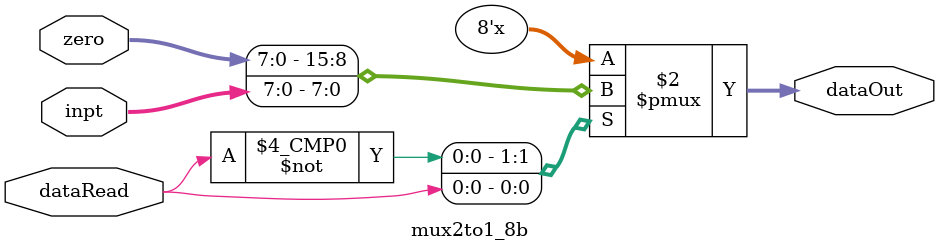
<source format=v>
module mux2to1_8b(input [7:0] zero, input [7:0] inpt, input dataRead, output reg [7:0] dataOut);	
	always@(inpt or zero or dataRead)
		case (dataRead)
			1'b0: dataOut=zero;
			1'b1: dataOut=inpt;
		endcase	
endmodule
</source>
